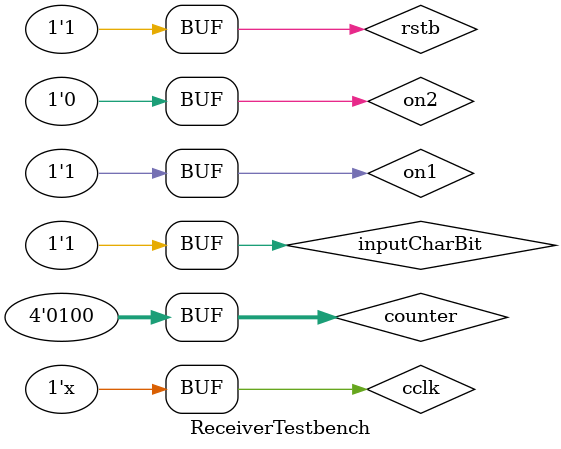
<source format=v>
`timescale 1ns / 1ps


module ReceiverTestbench;

	// Inputs
	reg cclk;
	reg rstb;
	reg inputCharBit;

	// Outputs
	wire [7:0] char0, char1, char2, char3, char4, char5, char6, char7, char8, char9, char10, char11, char12;
	wire [7:0] char13, char14, char15, char16, char17, char18, char19, char20, char21, char22, char23, char24, char25;
	
	reg on1, on2;
	reg [3:0] counter;

	// Instantiate the Unit Under Test (UUT)
	CharReceiver uut (
		.cclk(cclk), 
		.rstb(rstb), 
		.inputCharBit(inputCharBit), 
		.char0(char0), 
		.char1(char1), 
		.char2(char2), 
		.char3(char3), 
		.char4(char4), 
		.char5(char5), 
		.char6(char6), 
		.char7(char7), 
		.char8(char8), 
		.char9(char9), 
		.char10(char10), 
		.char11(char11),
		.char12(char12), 
		.char13(char13), 
		.char14(char14), 
		.char15(char15), 
		.char16(char16), 
		.char17(char17), 
		.char18(char18), 
		.char19(char19), 
		.char20(char20), 
		.char21(char21), 
		.char22(char22), 
		.char23(char23),
		.char24(char24), 
		.char25(char25)
	);
	
	always #5 cclk = ~cclk;

	initial begin
		// Initialize Inputs
		cclk = 0;
		rstb = 0;
		inputCharBit = 1;
		on1 = 1; // used for varying bit 1 (0-indexed)
		on2 = 1; // used for varying bit 2
		counter = 0;

		// Wait 10 ns for global reset to finish
		#10;		
		rstb = 1;
		#50;

		repeat (100) begin
			inputCharBit = 0;             // start bit
			#10;
			inputCharBit = 1;             // bit 0
			#10;
			inputCharBit = (on1) ? 0 : 1; // bit 1
			#10;
			inputCharBit = (on2) ? 0 : 1; // bit 2
			#10;
			inputCharBit = 0;             // bits 3 - 7
			#50;
			inputCharBit = 1;             // end bit
			#1000;
			counter = counter + 1;
			on1 = (counter % 2) ? 0 : 1;
			on2 = (counter % 3) ? 0 : 1;
		end

	end
      
endmodule


</source>
